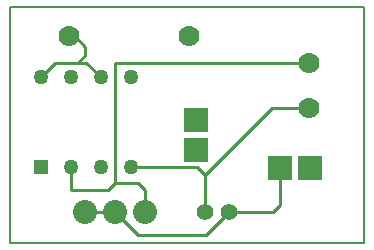
<source format=gbr>
G04 PROTEUS GERBER X2 FILE*
%TF.GenerationSoftware,Labcenter,Proteus,8.6-SP2-Build23525*%
%TF.CreationDate,2021-09-07T15:34:43+00:00*%
%TF.FileFunction,Copper,L1,Top*%
%TF.FilePolarity,Positive*%
%TF.Part,Single*%
%FSLAX45Y45*%
%MOMM*%
G01*
%TA.AperFunction,Conductor*%
%ADD10C,0.254000*%
%TA.AperFunction,ComponentPad*%
%ADD11R,1.270000X1.270000*%
%ADD12C,1.270000*%
%TA.AperFunction,ComponentPad*%
%ADD13C,1.778000*%
%TA.AperFunction,ComponentPad*%
%ADD14C,2.032000*%
%TA.AperFunction,ComponentPad*%
%ADD15R,2.032000X2.032000*%
%TA.AperFunction,WasherPad*%
%ADD16C,1.397000*%
%TA.AperFunction,Profile*%
%ADD17C,0.203200*%
%TD.AperFunction*%
D10*
X+1651000Y+571500D02*
X+2218500Y+1139000D01*
X+2528000Y+1139000D01*
X+571500Y+1524000D02*
X+381000Y+1524000D01*
X+258000Y+1401000D01*
X+571500Y+1524000D02*
X+635000Y+1587500D01*
X+635000Y+1661100D01*
X+546100Y+1750000D01*
X+500000Y+1750000D01*
X+766000Y+1401000D02*
X+643000Y+1524000D01*
X+571500Y+1524000D01*
X+1020000Y+639000D02*
X+1583500Y+639000D01*
X+1651000Y+571500D01*
X+1651000Y+258000D01*
X+889000Y+508000D02*
X+889000Y+1520000D01*
X+2528000Y+1520000D01*
X+889000Y+508000D02*
X+825500Y+444500D01*
X+512000Y+444500D01*
X+512000Y+639000D01*
X+889000Y+508000D02*
X+1079500Y+508000D01*
X+1143000Y+444500D01*
X+1143000Y+258000D01*
X+1851000Y+258000D02*
X+2222500Y+258000D01*
X+2286000Y+321500D01*
X+2286000Y+635000D01*
X+889000Y+258000D02*
X+1083500Y+63500D01*
X+1656500Y+63500D01*
X+1851000Y+258000D01*
X+635000Y+258000D02*
X+889000Y+258000D01*
D11*
X+258000Y+639000D03*
D12*
X+512000Y+639000D03*
X+766000Y+639000D03*
X+1020000Y+639000D03*
X+1020000Y+1401000D03*
X+766000Y+1401000D03*
X+512000Y+1401000D03*
X+258000Y+1401000D03*
D13*
X+2528000Y+1139000D03*
X+2528000Y+1520000D03*
D14*
X+635000Y+258000D03*
X+1143000Y+258000D03*
X+889000Y+258000D03*
D15*
X+2540000Y+635000D03*
X+2286000Y+635000D03*
D16*
X+1651000Y+258000D03*
X+1851000Y+258000D03*
D15*
X+1576000Y+1044000D03*
X+1576000Y+790000D03*
D13*
X+500000Y+1750000D03*
X+1516000Y+1750000D03*
D17*
X+0Y+0D02*
X+3000000Y+0D01*
X+3000000Y+2000000D01*
X+0Y+2000000D01*
X+0Y+0D01*
M02*

</source>
